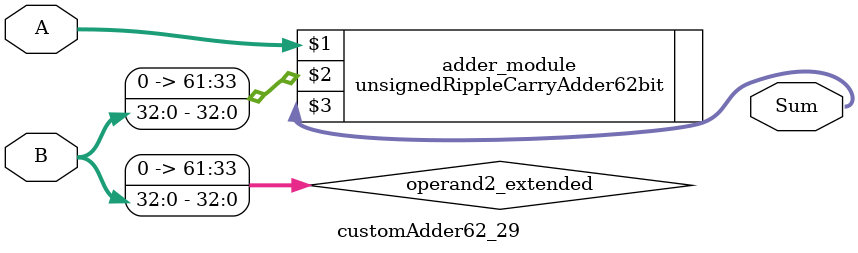
<source format=v>
module customAdder62_29(
                        input [61 : 0] A,
                        input [32 : 0] B,
                        
                        output [62 : 0] Sum
                );

        wire [61 : 0] operand2_extended;
        
        assign operand2_extended =  {29'b0, B};
        
        unsignedRippleCarryAdder62bit adder_module(
            A,
            operand2_extended,
            Sum
        );
        
        endmodule
        
</source>
